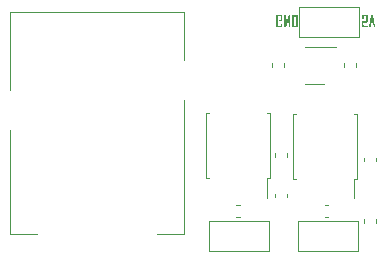
<source format=gbr>
%TF.GenerationSoftware,KiCad,Pcbnew,(7.0.0)*%
%TF.CreationDate,2023-07-18T11:01:11+08:00*%
%TF.ProjectId,Board_Car_V0_3,426f6172-645f-4436-9172-5f56305f332e,rev?*%
%TF.SameCoordinates,Original*%
%TF.FileFunction,Legend,Bot*%
%TF.FilePolarity,Positive*%
%FSLAX46Y46*%
G04 Gerber Fmt 4.6, Leading zero omitted, Abs format (unit mm)*
G04 Created by KiCad (PCBNEW (7.0.0)) date 2023-07-18 11:01:11*
%MOMM*%
%LPD*%
G01*
G04 APERTURE LIST*
%ADD10C,0.200000*%
%ADD11C,0.120000*%
G04 APERTURE END LIST*
D10*
G36*
X70065196Y-96902240D02*
G01*
X70064813Y-96891918D01*
X70062799Y-96877684D01*
X70059060Y-96864947D01*
X70053594Y-96853710D01*
X70046403Y-96843970D01*
X70037486Y-96835729D01*
X70026843Y-96828986D01*
X70014473Y-96823742D01*
X70000378Y-96819996D01*
X69990023Y-96818331D01*
X69978900Y-96817332D01*
X69967011Y-96817000D01*
X69628979Y-96817000D01*
X69617414Y-96817332D01*
X69606596Y-96818331D01*
X69596524Y-96819996D01*
X69582815Y-96823742D01*
X69570784Y-96828986D01*
X69560432Y-96835729D01*
X69551759Y-96843970D01*
X69544764Y-96853710D01*
X69539448Y-96864947D01*
X69535811Y-96877684D01*
X69533853Y-96891918D01*
X69533480Y-96902240D01*
X69533480Y-97810335D01*
X69533861Y-97820657D01*
X69535865Y-97834892D01*
X69539586Y-97847628D01*
X69545024Y-97858866D01*
X69552179Y-97868605D01*
X69561052Y-97876846D01*
X69571643Y-97883589D01*
X69583950Y-97888833D01*
X69597975Y-97892579D01*
X69608279Y-97894244D01*
X69619346Y-97895243D01*
X69631177Y-97895576D01*
X69967011Y-97895576D01*
X69978900Y-97895243D01*
X69990023Y-97894244D01*
X70000378Y-97892579D01*
X70009967Y-97890248D01*
X70022911Y-97885504D01*
X70034130Y-97879260D01*
X70043622Y-97871519D01*
X70051389Y-97862279D01*
X70057430Y-97851540D01*
X70061744Y-97839304D01*
X70064333Y-97825569D01*
X70065100Y-97815579D01*
X70065196Y-97810335D01*
X70065196Y-97567314D01*
X69903752Y-97567314D01*
X69903752Y-97739260D01*
X69694436Y-97739260D01*
X69694436Y-96973315D01*
X69903752Y-96973315D01*
X69903752Y-97239051D01*
X69784317Y-97239051D01*
X69784317Y-97395367D01*
X70065196Y-97395367D01*
X70065196Y-96902240D01*
G37*
G36*
X70734910Y-96817000D02*
G01*
X70593982Y-96817000D01*
X70336306Y-97495750D01*
X70338767Y-97483687D01*
X70340901Y-97472288D01*
X70342706Y-97461553D01*
X70344183Y-97451481D01*
X70345567Y-97439826D01*
X70346439Y-97429209D01*
X70346808Y-97417837D01*
X70346808Y-96817000D01*
X70190004Y-96817000D01*
X70190004Y-97895576D01*
X70330933Y-97895576D01*
X70588609Y-97230503D01*
X70586147Y-97242566D01*
X70584014Y-97253965D01*
X70582209Y-97264700D01*
X70580732Y-97274772D01*
X70579347Y-97286427D01*
X70578475Y-97297045D01*
X70578106Y-97308416D01*
X70578106Y-97895576D01*
X70734910Y-97895576D01*
X70734910Y-96817000D01*
G37*
G36*
X71199764Y-96817210D02*
G01*
X71211241Y-96817843D01*
X71222410Y-96818897D01*
X71233272Y-96820373D01*
X71243827Y-96822271D01*
X71254075Y-96824590D01*
X71264016Y-96827331D01*
X71273649Y-96830494D01*
X71282975Y-96834078D01*
X71291994Y-96838085D01*
X71304946Y-96844884D01*
X71317207Y-96852633D01*
X71328777Y-96861331D01*
X71339655Y-96870977D01*
X71349738Y-96881502D01*
X71358829Y-96892744D01*
X71366929Y-96904703D01*
X71374036Y-96917379D01*
X71378224Y-96926229D01*
X71381971Y-96935396D01*
X71385276Y-96944883D01*
X71388141Y-96954688D01*
X71390566Y-96964811D01*
X71392549Y-96975254D01*
X71394092Y-96986015D01*
X71395194Y-96997094D01*
X71395855Y-97008493D01*
X71396076Y-97020210D01*
X71396076Y-97692366D01*
X71396020Y-97698234D01*
X71395580Y-97709735D01*
X71394698Y-97720920D01*
X71393376Y-97731791D01*
X71391613Y-97742347D01*
X71389409Y-97752588D01*
X71386764Y-97762514D01*
X71383679Y-97772125D01*
X71380152Y-97781422D01*
X71374036Y-97794776D01*
X71366929Y-97807422D01*
X71358829Y-97819360D01*
X71349738Y-97830589D01*
X71339655Y-97841110D01*
X71336106Y-97844461D01*
X71324997Y-97853875D01*
X71313197Y-97862332D01*
X71300705Y-97869832D01*
X71291994Y-97874300D01*
X71282975Y-97878342D01*
X71273649Y-97881959D01*
X71264016Y-97885151D01*
X71254075Y-97887917D01*
X71243827Y-97890257D01*
X71233272Y-97892172D01*
X71222410Y-97893661D01*
X71211241Y-97894725D01*
X71199764Y-97895363D01*
X71187981Y-97895576D01*
X70860207Y-97895576D01*
X70860207Y-96973315D01*
X71021163Y-96973315D01*
X71021163Y-97739260D01*
X71140598Y-97739260D01*
X71151984Y-97738924D01*
X71162637Y-97737913D01*
X71177238Y-97735135D01*
X71190186Y-97730841D01*
X71201481Y-97725031D01*
X71211123Y-97717706D01*
X71219112Y-97708865D01*
X71225448Y-97698509D01*
X71230131Y-97686637D01*
X71233162Y-97673250D01*
X71234264Y-97663483D01*
X71234631Y-97653043D01*
X71234631Y-97060998D01*
X71234535Y-97055604D01*
X71233768Y-97045328D01*
X71231179Y-97031200D01*
X71226864Y-97018612D01*
X71220824Y-97007566D01*
X71213057Y-96998061D01*
X71203564Y-96990098D01*
X71192346Y-96983676D01*
X71179402Y-96978795D01*
X71169813Y-96976398D01*
X71159458Y-96974685D01*
X71148335Y-96973657D01*
X71136445Y-96973315D01*
X71021163Y-96973315D01*
X70860207Y-96973315D01*
X70860207Y-96817000D01*
X71187981Y-96817000D01*
X71199764Y-96817210D01*
G37*
G36*
X77286367Y-96902240D02*
G01*
X77285986Y-96891918D01*
X77283987Y-96877684D01*
X77280276Y-96864947D01*
X77274851Y-96853710D01*
X77267713Y-96843970D01*
X77258863Y-96835729D01*
X77248299Y-96828986D01*
X77236022Y-96823742D01*
X77222032Y-96819996D01*
X77211754Y-96818331D01*
X77200715Y-96817332D01*
X77188914Y-96817000D01*
X76866757Y-96817000D01*
X76855193Y-96817332D01*
X76844375Y-96818331D01*
X76834303Y-96819996D01*
X76820593Y-96823742D01*
X76808563Y-96828986D01*
X76798211Y-96835729D01*
X76789537Y-96843970D01*
X76782543Y-96853710D01*
X76777227Y-96864947D01*
X76773590Y-96877684D01*
X76771631Y-96891918D01*
X76771258Y-96902240D01*
X76771258Y-97160893D01*
X76929284Y-97160893D01*
X76929284Y-96973315D01*
X77128341Y-96973315D01*
X77128341Y-97348472D01*
X76771258Y-97348472D01*
X76788355Y-97895576D01*
X77278795Y-97895576D01*
X77278795Y-97739260D01*
X76937344Y-97739260D01*
X76927085Y-97504787D01*
X77188914Y-97504787D01*
X77200715Y-97504454D01*
X77211754Y-97503455D01*
X77222032Y-97501791D01*
X77231549Y-97499460D01*
X77244397Y-97494715D01*
X77255532Y-97488472D01*
X77264954Y-97480730D01*
X77272662Y-97471490D01*
X77278658Y-97460752D01*
X77282940Y-97448515D01*
X77285510Y-97434780D01*
X77286271Y-97424791D01*
X77286367Y-97419547D01*
X77286367Y-96902240D01*
G37*
G36*
X77942647Y-97895576D02*
G01*
X77736750Y-96817000D01*
X77576527Y-96817000D01*
X77371119Y-97895576D01*
X77532563Y-97895576D01*
X77652731Y-97157230D01*
X77653219Y-97146604D01*
X77653766Y-97134571D01*
X77654247Y-97123931D01*
X77654766Y-97112390D01*
X77655323Y-97099949D01*
X77655766Y-97090027D01*
X77656230Y-97079599D01*
X77656716Y-97068664D01*
X77656883Y-97064906D01*
X77656856Y-97075532D01*
X77657079Y-97087565D01*
X77657437Y-97098205D01*
X77657956Y-97109746D01*
X77658636Y-97122187D01*
X77659250Y-97132109D01*
X77659955Y-97142537D01*
X77660750Y-97153472D01*
X77661035Y-97157230D01*
X77781935Y-97895576D01*
X77942647Y-97895576D01*
G37*
D11*
%TO.C,C4*%
X70487000Y-108858267D02*
X70487000Y-108565733D01*
X69467000Y-108858267D02*
X69467000Y-108565733D01*
%TO.C,U1*%
X72771000Y-102652000D02*
X73571000Y-102652000D01*
X72771000Y-99532000D02*
X74571000Y-99532000D01*
X72771000Y-99532000D02*
X71971000Y-99532000D01*
X72771000Y-102652000D02*
X71971000Y-102652000D01*
%TO.C,U7*%
X46990000Y-96558000D02*
X46990000Y-103162000D01*
X61722000Y-104051000D02*
X61722000Y-115354000D01*
X46990000Y-115354000D02*
X49276000Y-115354000D01*
X61722000Y-96558000D02*
X61722000Y-100622000D01*
X61722000Y-96558000D02*
X46990000Y-96558000D01*
X61722000Y-115354000D02*
X59436000Y-115354000D01*
X46990000Y-115354000D02*
X46990000Y-106591000D01*
%TO.C,U4*%
X76385000Y-105200000D02*
X76125000Y-105200000D01*
X76125000Y-110700000D02*
X76125000Y-112350000D01*
X70935000Y-107950000D02*
X70935000Y-110700000D01*
X76385000Y-107950000D02*
X76385000Y-110700000D01*
X70935000Y-107950000D02*
X70935000Y-105200000D01*
X76385000Y-107950000D02*
X76385000Y-105200000D01*
X70935000Y-105200000D02*
X71195000Y-105200000D01*
X70935000Y-110700000D02*
X71195000Y-110700000D01*
X76385000Y-110700000D02*
X76125000Y-110700000D01*
%TO.C,U2*%
X69019000Y-105156000D02*
X68759000Y-105156000D01*
X68759000Y-110656000D02*
X68759000Y-112306000D01*
X63569000Y-107906000D02*
X63569000Y-110656000D01*
X69019000Y-107906000D02*
X69019000Y-110656000D01*
X63569000Y-107906000D02*
X63569000Y-105156000D01*
X69019000Y-107906000D02*
X69019000Y-105156000D01*
X63569000Y-105156000D02*
X63829000Y-105156000D01*
X63569000Y-110656000D02*
X63829000Y-110656000D01*
X69019000Y-110656000D02*
X68759000Y-110656000D01*
%TO.C,M2*%
X76454000Y-114300000D02*
X71374000Y-114300000D01*
X71374000Y-114300000D02*
X71374000Y-116840000D01*
X71374000Y-116840000D02*
X76454000Y-116840000D01*
X76454000Y-116840000D02*
X76454000Y-114300000D01*
%TO.C,M1*%
X68961000Y-114300000D02*
X63881000Y-114300000D01*
X63881000Y-114300000D02*
X63881000Y-116840000D01*
X63881000Y-116840000D02*
X68961000Y-116840000D01*
X68961000Y-116840000D02*
X68961000Y-114300000D01*
%TO.C,J1*%
X76581000Y-96139000D02*
X71501000Y-96139000D01*
X71501000Y-96139000D02*
X71501000Y-98679000D01*
X71501000Y-98679000D02*
X76581000Y-98679000D01*
X76581000Y-98679000D02*
X76581000Y-96139000D01*
%TO.C,C19*%
X69213000Y-100945733D02*
X69213000Y-101238267D01*
X70233000Y-100945733D02*
X70233000Y-101238267D01*
%TO.C,C10*%
X73933267Y-112901000D02*
X73640733Y-112901000D01*
X73933267Y-113921000D02*
X73640733Y-113921000D01*
%TO.C,C9*%
X77980000Y-109239267D02*
X77980000Y-108946733D01*
X76960000Y-109239267D02*
X76960000Y-108946733D01*
%TO.C,C8*%
X76960000Y-114153733D02*
X76960000Y-114446267D01*
X77980000Y-114153733D02*
X77980000Y-114446267D01*
%TO.C,C6*%
X66440267Y-112901000D02*
X66147733Y-112901000D01*
X66440267Y-113921000D02*
X66147733Y-113921000D01*
%TO.C,C5*%
X69467000Y-111994733D02*
X69467000Y-112287267D01*
X70487000Y-111994733D02*
X70487000Y-112287267D01*
%TO.C,C3*%
X75309000Y-100945733D02*
X75309000Y-101238267D01*
X76329000Y-100945733D02*
X76329000Y-101238267D01*
%TD*%
M02*

</source>
